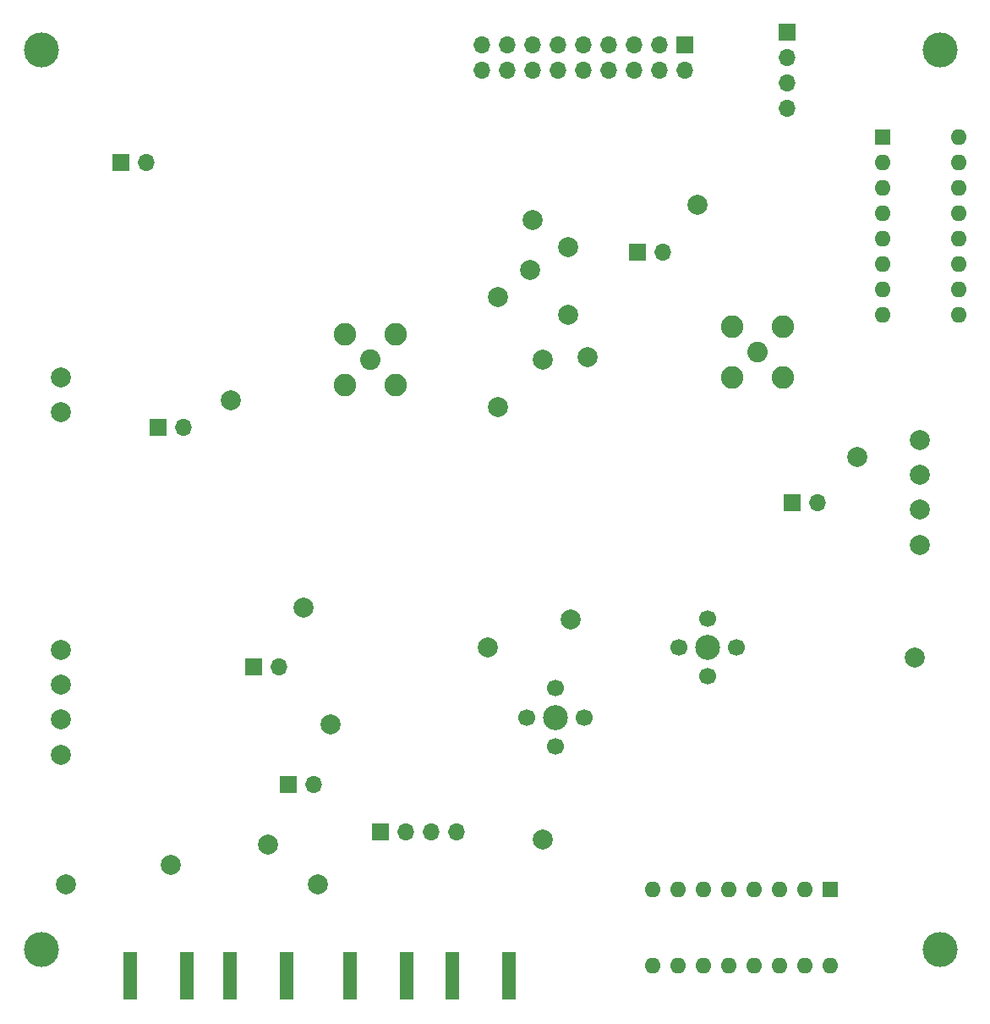
<source format=gbr>
%TF.GenerationSoftware,KiCad,Pcbnew,5.1.10-88a1d61d58~90~ubuntu20.04.1*%
%TF.CreationDate,2021-12-17T14:40:14-08:00*%
%TF.ProjectId,pmic-test-board,706d6963-2d74-4657-9374-2d626f617264,rev?*%
%TF.SameCoordinates,Original*%
%TF.FileFunction,Soldermask,Bot*%
%TF.FilePolarity,Negative*%
%FSLAX46Y46*%
G04 Gerber Fmt 4.6, Leading zero omitted, Abs format (unit mm)*
G04 Created by KiCad (PCBNEW 5.1.10-88a1d61d58~90~ubuntu20.04.1) date 2021-12-17 14:40:14*
%MOMM*%
%LPD*%
G01*
G04 APERTURE LIST*
%ADD10C,2.000000*%
%ADD11O,1.700000X1.700000*%
%ADD12R,1.700000X1.700000*%
%ADD13C,2.250000*%
%ADD14C,2.050000*%
%ADD15C,3.500000*%
%ADD16C,2.500000*%
%ADD17C,1.700000*%
%ADD18O,1.600000X1.600000*%
%ADD19R,1.600000X1.600000*%
%ADD20R,1.350000X4.700000*%
G04 APERTURE END LIST*
D10*
%TO.C,TP111*%
X107500000Y-138500000D03*
%TD*%
%TO.C,TP110*%
X155250000Y-134000000D03*
%TD*%
%TO.C,TP109*%
X127750000Y-134500000D03*
%TD*%
%TO.C,TP108*%
X132750000Y-138500000D03*
%TD*%
%TO.C,TP107*%
X118000000Y-136500000D03*
%TD*%
%TO.C,TP106*%
X155250000Y-86000000D03*
%TD*%
%TO.C,TP105*%
X157750000Y-81500000D03*
%TD*%
D11*
%TO.C,J204*%
X115540000Y-66250000D03*
D12*
X113000000Y-66250000D03*
%TD*%
D13*
%TO.C,J301*%
X140540000Y-83460000D03*
X140540000Y-88540000D03*
X135460000Y-88540000D03*
X135460000Y-83460000D03*
D14*
X138000000Y-86000000D03*
%TD*%
D13*
%TO.C,J110*%
X179290000Y-82710000D03*
X179290000Y-87790000D03*
X174210000Y-87790000D03*
X174210000Y-82710000D03*
D14*
X176750000Y-85250000D03*
%TD*%
D15*
%TO.C,J118*%
X195000000Y-145000000D03*
%TD*%
%TO.C,J117*%
X105000000Y-145000000D03*
%TD*%
%TO.C,J116*%
X105000000Y-55000000D03*
%TD*%
%TO.C,J115*%
X195000000Y-55000000D03*
%TD*%
D16*
%TO.C,J114*%
X156500000Y-121750000D03*
D17*
X156500000Y-124650000D03*
X159400000Y-121750000D03*
X156500000Y-118850000D03*
X153600000Y-121750000D03*
%TD*%
D10*
%TO.C,J113*%
X193000000Y-94000000D03*
X193000000Y-97500000D03*
X193000000Y-101000000D03*
X193000000Y-104500000D03*
%TD*%
D11*
%TO.C,J105*%
X182790000Y-100250000D03*
D12*
X180250000Y-100250000D03*
%TD*%
D10*
%TO.C,TP401*%
X192500000Y-115750000D03*
%TD*%
%TO.C,TP306*%
X170750000Y-70500000D03*
%TD*%
%TO.C,TP305*%
X150750000Y-79750000D03*
%TD*%
%TO.C,TP304*%
X154000000Y-77000000D03*
%TD*%
%TO.C,TP303*%
X157750000Y-74750000D03*
%TD*%
%TO.C,TP302*%
X154250000Y-72000000D03*
%TD*%
%TO.C,TP301*%
X150750000Y-90750000D03*
%TD*%
%TO.C,TP203*%
X134000000Y-122500000D03*
%TD*%
%TO.C,TP202*%
X124000000Y-90000000D03*
%TD*%
%TO.C,TP201*%
X131250000Y-110750000D03*
%TD*%
%TO.C,TP104*%
X158000000Y-112000000D03*
%TD*%
%TO.C,TP103*%
X149750000Y-114750000D03*
%TD*%
%TO.C,TP102*%
X186750000Y-95750000D03*
%TD*%
%TO.C,TP101*%
X159750000Y-85750000D03*
%TD*%
D18*
%TO.C,SW501*%
X184000000Y-146620000D03*
X166220000Y-139000000D03*
X181460000Y-146620000D03*
X168760000Y-139000000D03*
X178920000Y-146620000D03*
X171300000Y-139000000D03*
X176380000Y-146620000D03*
X173840000Y-139000000D03*
X173840000Y-146620000D03*
X176380000Y-139000000D03*
X171300000Y-146620000D03*
X178920000Y-139000000D03*
X168760000Y-146620000D03*
X181460000Y-139000000D03*
X166220000Y-146620000D03*
D19*
X184000000Y-139000000D03*
%TD*%
D18*
%TO.C,SW101*%
X196870000Y-63750000D03*
X189250000Y-81530000D03*
X196870000Y-66290000D03*
X189250000Y-78990000D03*
X196870000Y-68830000D03*
X189250000Y-76450000D03*
X196870000Y-71370000D03*
X189250000Y-73910000D03*
X196870000Y-73910000D03*
X189250000Y-71370000D03*
X196870000Y-76450000D03*
X189250000Y-68830000D03*
X196870000Y-78990000D03*
X189250000Y-66290000D03*
X196870000Y-81530000D03*
D19*
X189250000Y-63750000D03*
%TD*%
D11*
%TO.C,J401*%
X167290000Y-75250000D03*
D12*
X164750000Y-75250000D03*
%TD*%
D10*
%TO.C,J208*%
X107000000Y-125500000D03*
X107000000Y-122000000D03*
X107000000Y-118500000D03*
X107000000Y-115000000D03*
%TD*%
%TO.C,J207*%
X107000000Y-87750000D03*
X107000000Y-91250000D03*
%TD*%
D11*
%TO.C,J205*%
X132290000Y-128500000D03*
D12*
X129750000Y-128500000D03*
%TD*%
D11*
%TO.C,J203*%
X119290000Y-92750000D03*
D12*
X116750000Y-92750000D03*
%TD*%
D11*
%TO.C,J202*%
X128790000Y-116750000D03*
D12*
X126250000Y-116750000D03*
%TD*%
D16*
%TO.C,J109*%
X171750000Y-114750000D03*
D17*
X171750000Y-117650000D03*
X174650000Y-114750000D03*
X171750000Y-111850000D03*
X168850000Y-114750000D03*
%TD*%
D11*
%TO.C,J108*%
X149130000Y-57000000D03*
X149130000Y-54460000D03*
X151670000Y-57000000D03*
X151670000Y-54460000D03*
X154210000Y-57000000D03*
X154210000Y-54460000D03*
X156750000Y-57000000D03*
X156750000Y-54460000D03*
X159290000Y-57000000D03*
X159290000Y-54460000D03*
X161830000Y-57000000D03*
X161830000Y-54460000D03*
X164370000Y-57000000D03*
X164370000Y-54460000D03*
X166910000Y-57000000D03*
X166910000Y-54460000D03*
X169450000Y-57000000D03*
D12*
X169450000Y-54460000D03*
%TD*%
D11*
%TO.C,J107*%
X179750000Y-60870000D03*
X179750000Y-58330000D03*
X179750000Y-55790000D03*
D12*
X179750000Y-53250000D03*
%TD*%
D11*
%TO.C,J106*%
X146620000Y-133250000D03*
X144080000Y-133250000D03*
X141540000Y-133250000D03*
D12*
X139000000Y-133250000D03*
%TD*%
D20*
%TO.C,J104*%
X151825000Y-147650000D03*
X146175000Y-147650000D03*
%TD*%
%TO.C,J103*%
X141575000Y-147650000D03*
X135925000Y-147650000D03*
%TD*%
%TO.C,J102*%
X129575000Y-147650000D03*
X123925000Y-147650000D03*
%TD*%
%TO.C,J101*%
X119575000Y-147650000D03*
X113925000Y-147650000D03*
%TD*%
M02*

</source>
